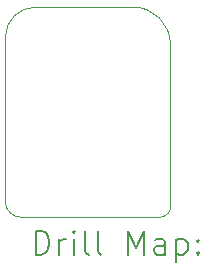
<source format=gbr>
%TF.GenerationSoftware,KiCad,Pcbnew,7.0.7*%
%TF.CreationDate,2023-12-15T10:50:05-05:00*%
%TF.ProjectId,Conference Circuit 1214,436f6e66-6572-4656-9e63-652043697263,rev?*%
%TF.SameCoordinates,Original*%
%TF.FileFunction,Drillmap*%
%TF.FilePolarity,Positive*%
%FSLAX45Y45*%
G04 Gerber Fmt 4.5, Leading zero omitted, Abs format (unit mm)*
G04 Created by KiCad (PCBNEW 7.0.7) date 2023-12-15 10:50:05*
%MOMM*%
%LPD*%
G01*
G04 APERTURE LIST*
%ADD10C,0.100000*%
%ADD11C,0.200000*%
G04 APERTURE END LIST*
D10*
X16319500Y-9207500D02*
X16319500Y-10287000D01*
X14922500Y-10541000D02*
G75*
G03*
X15049500Y-10668000I127000J0D01*
G01*
X16230600Y-10668903D02*
X15049500Y-10668000D01*
X16230600Y-10668902D02*
G75*
G03*
X16319500Y-10566400I0J89802D01*
G01*
X16319500Y-10287000D02*
X16319500Y-10566400D01*
X16319500Y-9207500D02*
G75*
G03*
X16002000Y-8890000I-317500J0D01*
G01*
X14922500Y-10541000D02*
X14922500Y-10287000D01*
X16002000Y-8890000D02*
X15176500Y-8890000D01*
X14922500Y-9144000D02*
X14922500Y-10287000D01*
X15176500Y-8890000D02*
G75*
G03*
X14922500Y-9144000I0J-254000D01*
G01*
D11*
X15178277Y-10985386D02*
X15178277Y-10785386D01*
X15178277Y-10785386D02*
X15225896Y-10785386D01*
X15225896Y-10785386D02*
X15254467Y-10794910D01*
X15254467Y-10794910D02*
X15273515Y-10813958D01*
X15273515Y-10813958D02*
X15283039Y-10833005D01*
X15283039Y-10833005D02*
X15292562Y-10871101D01*
X15292562Y-10871101D02*
X15292562Y-10899672D01*
X15292562Y-10899672D02*
X15283039Y-10937767D01*
X15283039Y-10937767D02*
X15273515Y-10956815D01*
X15273515Y-10956815D02*
X15254467Y-10975863D01*
X15254467Y-10975863D02*
X15225896Y-10985386D01*
X15225896Y-10985386D02*
X15178277Y-10985386D01*
X15378277Y-10985386D02*
X15378277Y-10852053D01*
X15378277Y-10890148D02*
X15387801Y-10871101D01*
X15387801Y-10871101D02*
X15397324Y-10861577D01*
X15397324Y-10861577D02*
X15416372Y-10852053D01*
X15416372Y-10852053D02*
X15435420Y-10852053D01*
X15502086Y-10985386D02*
X15502086Y-10852053D01*
X15502086Y-10785386D02*
X15492562Y-10794910D01*
X15492562Y-10794910D02*
X15502086Y-10804434D01*
X15502086Y-10804434D02*
X15511610Y-10794910D01*
X15511610Y-10794910D02*
X15502086Y-10785386D01*
X15502086Y-10785386D02*
X15502086Y-10804434D01*
X15625896Y-10985386D02*
X15606848Y-10975863D01*
X15606848Y-10975863D02*
X15597324Y-10956815D01*
X15597324Y-10956815D02*
X15597324Y-10785386D01*
X15730658Y-10985386D02*
X15711610Y-10975863D01*
X15711610Y-10975863D02*
X15702086Y-10956815D01*
X15702086Y-10956815D02*
X15702086Y-10785386D01*
X15959229Y-10985386D02*
X15959229Y-10785386D01*
X15959229Y-10785386D02*
X16025896Y-10928243D01*
X16025896Y-10928243D02*
X16092562Y-10785386D01*
X16092562Y-10785386D02*
X16092562Y-10985386D01*
X16273515Y-10985386D02*
X16273515Y-10880624D01*
X16273515Y-10880624D02*
X16263991Y-10861577D01*
X16263991Y-10861577D02*
X16244943Y-10852053D01*
X16244943Y-10852053D02*
X16206848Y-10852053D01*
X16206848Y-10852053D02*
X16187801Y-10861577D01*
X16273515Y-10975863D02*
X16254467Y-10985386D01*
X16254467Y-10985386D02*
X16206848Y-10985386D01*
X16206848Y-10985386D02*
X16187801Y-10975863D01*
X16187801Y-10975863D02*
X16178277Y-10956815D01*
X16178277Y-10956815D02*
X16178277Y-10937767D01*
X16178277Y-10937767D02*
X16187801Y-10918720D01*
X16187801Y-10918720D02*
X16206848Y-10909196D01*
X16206848Y-10909196D02*
X16254467Y-10909196D01*
X16254467Y-10909196D02*
X16273515Y-10899672D01*
X16368753Y-10852053D02*
X16368753Y-11052053D01*
X16368753Y-10861577D02*
X16387801Y-10852053D01*
X16387801Y-10852053D02*
X16425896Y-10852053D01*
X16425896Y-10852053D02*
X16444943Y-10861577D01*
X16444943Y-10861577D02*
X16454467Y-10871101D01*
X16454467Y-10871101D02*
X16463991Y-10890148D01*
X16463991Y-10890148D02*
X16463991Y-10947291D01*
X16463991Y-10947291D02*
X16454467Y-10966339D01*
X16454467Y-10966339D02*
X16444943Y-10975863D01*
X16444943Y-10975863D02*
X16425896Y-10985386D01*
X16425896Y-10985386D02*
X16387801Y-10985386D01*
X16387801Y-10985386D02*
X16368753Y-10975863D01*
X16549705Y-10966339D02*
X16559229Y-10975863D01*
X16559229Y-10975863D02*
X16549705Y-10985386D01*
X16549705Y-10985386D02*
X16540182Y-10975863D01*
X16540182Y-10975863D02*
X16549705Y-10966339D01*
X16549705Y-10966339D02*
X16549705Y-10985386D01*
X16549705Y-10861577D02*
X16559229Y-10871101D01*
X16559229Y-10871101D02*
X16549705Y-10880624D01*
X16549705Y-10880624D02*
X16540182Y-10871101D01*
X16540182Y-10871101D02*
X16549705Y-10861577D01*
X16549705Y-10861577D02*
X16549705Y-10880624D01*
M02*

</source>
